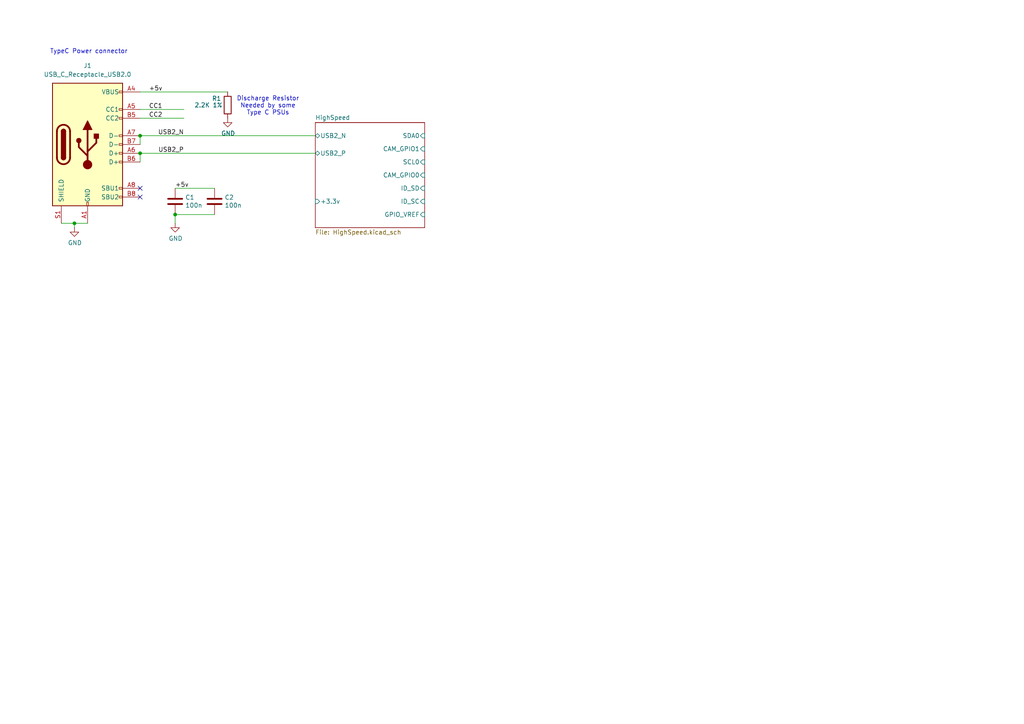
<source format=kicad_sch>
(kicad_sch (version 20231120) (generator "eeschema") (generator_version "8.0")
  (paper "A4")
  (lib_symbols
    (symbol "Connector:USB_C_Receptacle_USB2.0_16P" (pin_names (offset 1.016))
      (property "Reference" "J" (at 0 22.225 0))
      (property "Value" "USB_C_Receptacle_USB2.0_16P" (at 0 19.685 0))
      (symbol "USB_C_Receptacle_USB2.0_16P_0_0"
        (rectangle (start -0.254 -17.78) (end 0.254 -16.764))
        (rectangle (start 10.16 -14.986) (end 9.144 -15.494))
        (rectangle (start 10.16 -12.446) (end 9.144 -12.954))
        (rectangle (start 10.16 -4.826) (end 9.144 -5.334))
        (rectangle (start 10.16 -2.286) (end 9.144 -2.794))
        (rectangle (start 10.16 0.254) (end 9.144 -0.254))
        (rectangle (start 10.16 2.794) (end 9.144 2.286))
        (rectangle (start 10.16 7.874) (end 9.144 7.366))
        (rectangle (start 10.16 10.414) (end 9.144 9.906))
        (rectangle (start 10.16 15.494) (end 9.144 14.986))
      )
      (symbol "USB_C_Receptacle_USB2.0_16P_0_1"
        (rectangle (start -10.16 17.78) (end 10.16 -17.78) (stroke (width 0.254)) (fill (type background)))
        (arc (start -8.89 -3.81) (mid -6.985 -5.7067) (end -5.08 -3.81) (stroke (width 0.508)))
        (arc (start -7.62 -3.81) (mid -6.985 -4.4423) (end -6.35 -3.81) (stroke (width 0.254)))
        (arc (start -7.62 -3.81) (mid -6.985 -4.4423) (end -6.35 -3.81) (stroke (width 0.254)) (fill (type outline)))
        (rectangle (start -7.62 -3.81) (end -6.35 3.81) (stroke (width 0.254)) (fill (type outline)))
        (arc (start -6.35 3.81) (mid -6.985 4.4423) (end -7.62 3.81) (stroke (width 0.254)))
        (arc (start -6.35 3.81) (mid -6.985 4.4423) (end -7.62 3.81) (stroke (width 0.254)) (fill (type outline)))
        (arc (start -5.08 3.81) (mid -6.985 5.7067) (end -8.89 3.81) (stroke (width 0.508)))
        (circle (center -2.54 1.143) (radius 0.635) (stroke (width 0.254)) (fill (type outline)))
        (circle (center 0 -5.842) (radius 1.27) (fill (type outline)))
        (polyline (pts (xy -8.89 -3.81) (xy -8.89 3.81)) (stroke (width 0.508)))
        (polyline (pts (xy -5.08 3.81) (xy -5.08 -3.81)) (stroke (width 0.508)))
        (polyline (pts (xy 0 -5.842) (xy 0 4.318)) (stroke (width 0.508)))
        (polyline (pts (xy 0 -3.302) (xy -2.54 -0.762) (xy -2.54 0.508)) (stroke (width 0.508)))
        (polyline (pts (xy 0 -2.032) (xy 2.54 0.508) (xy 2.54 1.778)) (stroke (width 0.508)))
        (polyline (pts (xy -1.27 4.318) (xy 0 6.858) (xy 1.27 4.318) (xy -1.27 4.318)) (stroke (width 0.254)) (fill (type outline)))
        (rectangle (start 1.905 1.778) (end 3.175 3.048) (stroke (width 0.254)) (fill (type outline)))
      )
      (symbol "USB_C_Receptacle_USB2.0_16P_1_1"
        (pin passive line (at 0 -22.86 90) (length 5.08) (name "GND") (number "A1"))
        (pin passive line (at 0 -22.86 90) (length 5.08) hide (name "GND") (number "A12"))
        (pin passive line (at 15.24 15.24 180) (length 5.08) (name "VBUS") (number "A4"))
        (pin bidirectional line (at 15.24 10.16 180) (length 5.08) (name "CC1") (number "A5"))
        (pin bidirectional line (at 15.24 -2.54 180) (length 5.08) (name "D+") (number "A6"))
        (pin bidirectional line (at 15.24 2.54 180) (length 5.08) (name "D-") (number "A7"))
        (pin bidirectional line (at 15.24 -12.7 180) (length 5.08) (name "SBU1") (number "A8"))
        (pin passive line (at 15.24 15.24 180) (length 5.08) hide (name "VBUS") (number "A9"))
        (pin passive line (at 0 -22.86 90) (length 5.08) hide (name "GND") (number "B1"))
        (pin passive line (at 0 -22.86 90) (length 5.08) hide (name "GND") (number "B12"))
        (pin passive line (at 15.24 15.24 180) (length 5.08) hide (name "VBUS") (number "B4"))
        (pin bidirectional line (at 15.24 7.62 180) (length 5.08) (name "CC2") (number "B5"))
        (pin bidirectional line (at 15.24 -5.08 180) (length 5.08) (name "D+") (number "B6"))
        (pin bidirectional line (at 15.24 0 180) (length 5.08) (name "D-") (number "B7"))
        (pin bidirectional line (at 15.24 -15.24 180) (length 5.08) (name "SBU2") (number "B8"))
        (pin passive line (at 15.24 15.24 180) (length 5.08) hide (name "VBUS") (number "B9"))
        (pin passive line (at -7.62 -22.86 90) (length 5.08) (name "SHIELD") (number "S1"))
      )
    )
    (symbol "Device:C" (pin_numbers hide) (pin_names (offset 0.254))
      (property "Reference" "C" (at 0.635 2.54 0))
      (property "Value" "C" (at 0.635 -2.54 0))
      (symbol "C_0_1"
        (polyline (pts (xy -2.032 -0.762) (xy 2.032 -0.762)) (stroke (width 0.508)))
        (polyline (pts (xy -2.032 0.762) (xy 2.032 0.762)) (stroke (width 0.508)))
      )
      (symbol "C_1_1"
        (pin passive line (at 0 3.81 270) (length 2.794) (name "~") (number "1"))
        (pin passive line (at 0 -3.81 90) (length 2.794) (name "~") (number "2"))
      )
    )
    (symbol "Device:R" (pin_numbers hide) (pin_names (offset 0))
      (property "Reference" "R" (at 2.032 0 90))
      (property "Value" "R" (at 0 0 90))
      (symbol "R_0_1"
        (rectangle (start -1.016 -2.54) (end 1.016 2.54) (stroke (width 0.254)))
      )
      (symbol "R_1_1"
        (pin passive line (at 0 3.81 270) (length 1.27) (name "~") (number "1"))
        (pin passive line (at 0 -3.81 90) (length 1.27) (name "~") (number "2"))
      )
    )
    (symbol "power:GND" (power) (pin_numbers hide) (pin_names (offset 0) hide)
      (property "Value" "GND" (at 0 -3.81 0))
      (symbol "GND_0_1"
        (polyline (pts (xy 0 0) (xy 0 -1.27) (xy 1.27 -1.27) (xy 0 -2.54) (xy -1.27 -1.27) (xy 0 -1.27)))
      )
      (symbol "GND_1_1"
        (pin power_in line (at 0 0 270) (length 0) (name "~") (number "1"))
      )
    )
  )
  (junction (at 50.8 62.23))
  (junction (at 21.59 64.77))
  (junction (at 40.64 39.37))
  (junction (at 40.64 44.45))
  (no_connect (at 40.64 54.61))
  (no_connect (at 40.64 57.15))
  (wire (pts (xy 21.59 66.04) (xy 21.59 64.77)))
  (wire (pts (xy 50.8 62.23) (xy 62.23 62.23)))
  (wire (pts (xy 40.64 44.45) (xy 91.44 44.45)))
  (wire (pts (xy 40.64 44.45) (xy 40.64 46.99)))
  (wire (pts (xy 40.64 31.75) (xy 53.34 31.75)))
  (wire (pts (xy 17.78 64.77) (xy 21.59 64.77)))
  (wire (pts (xy 40.64 34.29) (xy 53.34 34.29)))
  (wire (pts (xy 50.8 54.61) (xy 62.23 54.61)))
  (wire (pts (xy 40.64 39.37) (xy 40.64 41.91)))
  (wire (pts (xy 50.8 62.23) (xy 50.8 64.77)))
  (wire (pts (xy 40.64 39.37) (xy 91.44 39.37)))
  (wire (pts (xy 21.59 64.77) (xy 25.4 64.77)))
  (wire (pts (xy 40.64 26.67) (xy 66.04 26.67)))
  (text "Discharge Resistor\nNeeded by some\nType C PSUs" (at 77.724 30.734 0) (effects (font (size 1.27 1.27))))
  (text "TypeC Power connector" (at 14.478 15.748 0) (effects (font (size 1.27 1.27)) (justify left bottom)))
  (label "CC2" (at 43.18 34.29 0))
  (label "+5v" (at 43.18 26.67 0))
  (label "+5v" (at 50.8 54.61 0))
  (label "USB2_N" (at 53.34 39.37 180))
  (label "CC1" (at 43.18 31.75 0))
  (label "USB2_P" (at 53.34 44.45 180))
  (symbol (lib_id "Device:C") (at 62.23 58.42 0) (unit 1)
    (property "Reference" "C2" (at 65.151 57.2516 0) (effects (justify left)))
    (property "Value" "100n" (at 65.151 59.563 0) (effects (justify left)))
    (property "Footprint" "Capacitor_SMD:C_0402_1005Metric" (effects (hide yes)))
    (property "Datasheet" "https://search.murata.co.jp/Ceramy/image/img/A01X/G101/ENG/GRM155R71C104KA88-01.pdf" (effects (hide yes)))
    (property "Field4" "Farnell" (effects (hide yes)))
    (property "Field5" "2611911" (effects (hide yes)))
    (property "Field6" "RM EMK105 B7104KV-F" (effects (hide yes)))
    (property "Field7" "TAIYO YUDEN EUROPE GMBH" (effects (hide yes)))
    (property "Field8" "110091611" (effects (hide yes)))
    (property "Part Description" "	0.1uF 10% 16V Ceramic Capacitor X7R 0402 (1005 Metric)" (effects (hide yes)))
  )
  (symbol (lib_id "Connector:USB_C_Receptacle_USB2.0_16P") (at 25.4 41.91 0) (unit 1)
    (property "Reference" "J1" (at 25.4 19.05 0))
    (property "Value" "USB_C_Receptacle_USB2.0" (at 25.4 21.59 0))
    (property "Footprint" "Connector_USB:USB_C_Receptacle_GCT_USB4105-xx-A_16P_TopMnt_Horizontal" (effects (hide yes)))
    (property "Datasheet" "https://www.usb.org/sites/default/files/documents/usb_type-c.zip" (effects (hide yes)))
    (property "Field5" "USBF31-0171" (effects (hide yes)))
    (property "Field6" "USBF31-0171" (effects (hide yes)))
    (property "Field7" "MTCONN" (effects (hide yes)))
    (property "Part Description" "USBC USB2 data and power connector" (effects (hide yes)))
  )
  (symbol (lib_id "power:GND") (at 66.04 34.29 0) (unit 1)
    (property "Reference" "#PWR03" (effects (hide yes)))
    (property "Value" "GND" (at 66.167 38.6842 0))
    (property "Description" "Power symbol creates a global label with name \"GND\" , ground" (effects (hide yes)))
  )
  (symbol (lib_id "power:GND") (at 21.59 66.04 0) (unit 1)
    (property "Reference" "#PWR01" (effects (hide yes)))
    (property "Value" "GND" (at 21.717 70.4342 0))
    (property "Description" "Power symbol creates a global label with name \"GND\" , ground" (effects (hide yes)))
  )
  (symbol (lib_id "power:GND") (at 50.8 64.77 0) (unit 1)
    (property "Reference" "#PWR02" (effects (hide yes)))
    (property "Value" "GND" (at 50.927 69.1642 0))
    (property "Description" "Power symbol creates a global label with name \"GND\" , ground" (effects (hide yes)))
  )
  (symbol (lib_id "Device:C") (at 50.8 58.42 0) (unit 1)
    (property "Reference" "C1" (at 53.721 57.2516 0) (effects (justify left)))
    (property "Value" "100n" (at 53.721 59.563 0) (effects (justify left)))
    (property "Footprint" "Capacitor_SMD:C_0402_1005Metric" (effects (hide yes)))
    (property "Datasheet" "https://search.murata.co.jp/Ceramy/image/img/A01X/G101/ENG/GRM155R71C104KA88-01.pdf" (effects (hide yes)))
    (property "Field4" "Farnell" (effects (hide yes)))
    (property "Field5" "2611911" (effects (hide yes)))
    (property "Field6" "RM EMK105 B7104KV-F" (effects (hide yes)))
    (property "Field7" "TAIYO YUDEN EUROPE GMBH" (effects (hide yes)))
    (property "Field8" "110091611" (effects (hide yes)))
    (property "Part Description" "	0.1uF 10% 16V Ceramic Capacitor X7R 0402 (1005 Metric)" (effects (hide yes)))
  )
  (symbol (lib_id "Device:R") (at 66.04 30.48 0) (unit 1)
    (property "Reference" "R1" (at 61.468 28.575 0) (effects (justify left)))
    (property "Value" "2.2K 1%" (at 56.388 30.48 0) (effects (justify left)))
    (property "Footprint" "Resistor_SMD:R_0402_1005Metric" (effects (hide yes)))
    (property "Datasheet" "https://fscdn.rohm.com/en/products/databook/datasheet/passive/resistor/chip_resistor/mcr-e.pdf" (effects (hide yes)))
    (property "Field4" "Farnell" (effects (hide yes)))
    (property "Part Description" "Resistor 2.2K M1005 1% 63mW" (effects (hide yes)))
  )
  (sheet (at 91.44 35.56) (size 31.75 30.48) (stroke (width 0.1524))
    (property "Sheetname" "HighSpeed" (at 91.44 34.8484 0) (effects (justify left bottom)))
    (property "Sheetfile" "HighSpeed.kicad_sch" (at 91.44 66.6246 0) (effects (justify left top)))
    (pin "USB2_N" bidirectional (at 91.44 39.37 180))
    (pin "USB2_P" bidirectional (at 91.44 44.45 180))
    (pin "SDA0" input (at 123.19 39.37 0))
    (pin "+3.3v" input (at 91.44 58.42 180))
    (pin "CAM_GPIO1" input (at 123.19 43.18 0))
    (pin "SCL0" input (at 123.19 46.99 0))
    (pin "CAM_GPIO0" input (at 123.19 50.8 0))
    (pin "ID_SD" input (at 123.19 54.61 0))
    (pin "ID_SC" input (at 123.19 58.42 0))
    (pin "GPIO_VREF" input (at 123.19 62.23 0))
  )
)
</source>
